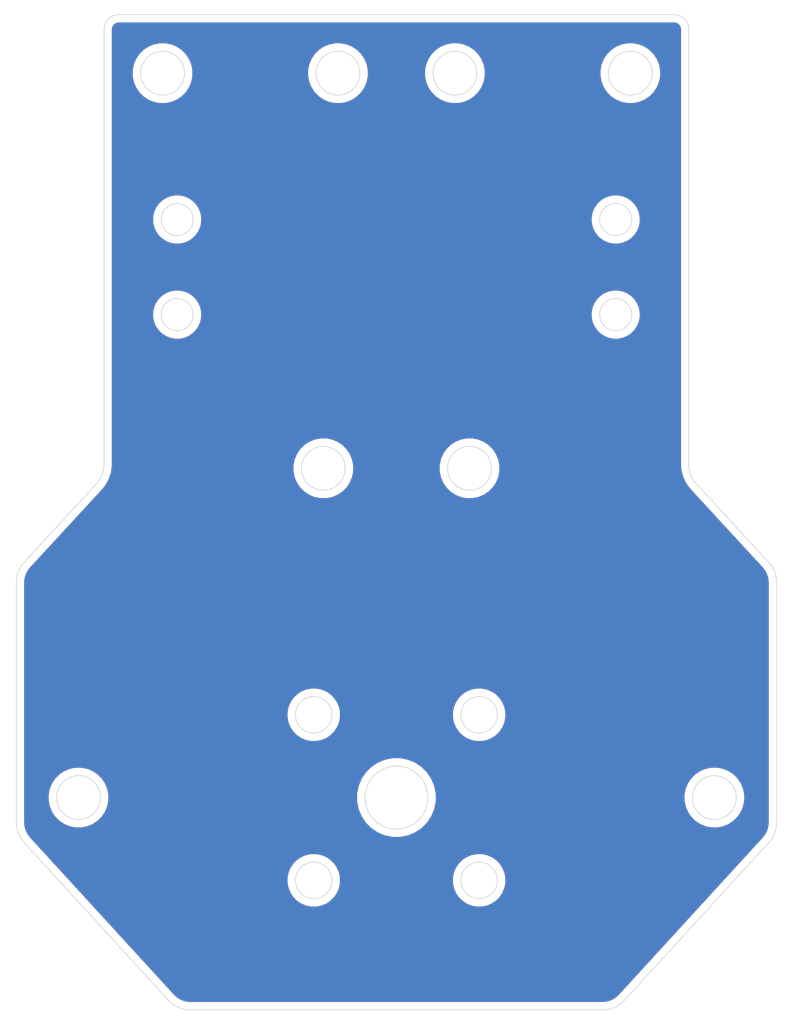
<source format=kicad_pcb>
(kicad_pcb (version 20171130) (host pcbnew 5.1.9+dfsg1-1+deb11u1)

  (general
    (thickness 1.6)
    (drawings 37)
    (tracks 0)
    (zones 0)
    (modules 0)
    (nets 1)
  )

  (page A4)
  (layers
    (0 F.Cu signal)
    (31 B.Cu signal)
    (32 B.Adhes user)
    (33 F.Adhes user)
    (34 B.Paste user)
    (35 F.Paste user)
    (36 B.SilkS user)
    (37 F.SilkS user)
    (38 B.Mask user)
    (39 F.Mask user)
    (40 Dwgs.User user)
    (41 Cmts.User user)
    (42 Eco1.User user)
    (43 Eco2.User user)
    (44 Edge.Cuts user)
    (45 Margin user)
    (46 B.CrtYd user)
    (47 F.CrtYd user)
    (48 B.Fab user)
    (49 F.Fab user)
  )

  (setup
    (last_trace_width 0.25)
    (trace_clearance 0.2)
    (zone_clearance 0.508)
    (zone_45_only no)
    (trace_min 0.2)
    (via_size 0.8)
    (via_drill 0.4)
    (via_min_size 0.4)
    (via_min_drill 0.3)
    (uvia_size 0.3)
    (uvia_drill 0.1)
    (uvias_allowed no)
    (uvia_min_size 0.2)
    (uvia_min_drill 0.1)
    (edge_width 0.05)
    (segment_width 0.2)
    (pcb_text_width 0.3)
    (pcb_text_size 1.5 1.5)
    (mod_edge_width 0.12)
    (mod_text_size 1 1)
    (mod_text_width 0.15)
    (pad_size 1.524 1.524)
    (pad_drill 0.762)
    (pad_to_mask_clearance 0)
    (aux_axis_origin 0 0)
    (visible_elements FFFFFF7F)
    (pcbplotparams
      (layerselection 0x010fc_ffffffff)
      (usegerberextensions true)
      (usegerberattributes false)
      (usegerberadvancedattributes false)
      (creategerberjobfile false)
      (excludeedgelayer true)
      (linewidth 0.100000)
      (plotframeref false)
      (viasonmask false)
      (mode 1)
      (useauxorigin false)
      (hpglpennumber 1)
      (hpglpenspeed 20)
      (hpglpendiameter 15.000000)
      (psnegative false)
      (psa4output false)
      (plotreference true)
      (plotvalue true)
      (plotinvisibletext false)
      (padsonsilk false)
      (subtractmaskfromsilk true)
      (outputformat 1)
      (mirror false)
      (drillshape 0)
      (scaleselection 1)
      (outputdirectory "toolhead-top-plate-gerber/"))
  )

  (net 0 "")

  (net_class Default "This is the default net class."
    (clearance 0.2)
    (trace_width 0.25)
    (via_dia 0.8)
    (via_drill 0.4)
    (uvia_dia 0.3)
    (uvia_drill 0.1)
  )

  (gr_circle (center 196.1202 91) (end 197.6202 91) (layer Edge.Cuts) (width 0.05))
  (gr_line (start 181.1202 90.718) (end 181.1202 61) (layer Edge.Cuts) (width 0.05))
  (gr_arc (start 182.1202 61) (end 182.1202 60) (angle -90) (layer Edge.Cuts) (width 0.05))
  (gr_line (start 215.2404 128) (end 187 128) (layer Edge.Cuts) (width 0.05))
  (gr_arc (start 220.1202 61) (end 221.1202 61) (angle -90) (layer Edge.Cuts) (width 0.05))
  (gr_arc (start 223.1202 90.718) (end 221.1202 90.718) (angle -42.709) (layer Edge.Cuts) (width 0.05))
  (gr_circle (center 201.1202 113.5) (end 203.2702 113.5) (layer Edge.Cuts) (width 0.05))
  (gr_line (start 221.6506 92.0746) (end 226.5898 97.4254) (layer Edge.Cuts) (width 0.05))
  (gr_arc (start 177.1202 98.782) (end 175.650584 97.425449) (angle -42.709) (layer Edge.Cuts) (width 0.05))
  (gr_arc (start 179.1202 90.718) (end 180.589807 92.07456) (angle -42.7094) (layer Edge.Cuts) (width 0.05))
  (gr_line (start 175.1202 115.222) (end 175.1202 98.782) (layer Edge.Cuts) (width 0.05))
  (gr_circle (center 206.77705 107.8431) (end 208.02705 107.8431) (layer Edge.Cuts) (width 0.05))
  (gr_line (start 185.5257 127.3514) (end 175.6459 116.5735) (layer Edge.Cuts) (width 0.05))
  (gr_arc (start 177.1202 115.222) (end 175.1202 115.222) (angle -42.51) (layer Edge.Cuts) (width 0.05))
  (gr_circle (center 222.8702 113.5) (end 224.3702 113.5) (layer Edge.Cuts) (width 0.05))
  (gr_line (start 227.1202 98.782) (end 227.1202 115.222) (layer Edge.Cuts) (width 0.05))
  (gr_circle (center 216.1202 74) (end 217.2202 74) (layer Edge.Cuts) (width 0.05))
  (gr_circle (center 205.1202 64) (end 206.6202 64) (layer Edge.Cuts) (width 0.05))
  (gr_line (start 221.1202 61) (end 221.1202 90.718) (layer Edge.Cuts) (width 0.05))
  (gr_circle (center 216.1202 80.5) (end 217.2202 80.5) (layer Edge.Cuts) (width 0.05))
  (gr_circle (center 206.1202 91) (end 207.6202 91) (layer Edge.Cuts) (width 0.05))
  (gr_arc (start 215.2404 126) (end 215.2404 128) (angle -47.4896) (layer Edge.Cuts) (width 0.05))
  (gr_line (start 182.1202 60) (end 220.1202 60) (layer Edge.Cuts) (width 0.05))
  (gr_circle (center 186.1202 80.5) (end 187.2202 80.5) (layer Edge.Cuts) (width 0.05))
  (gr_line (start 226.5945 116.5735) (end 216.7147 127.3514) (layer Edge.Cuts) (width 0.05))
  (gr_line (start 175.6506 97.4254) (end 180.5898 92.0746) (layer Edge.Cuts) (width 0.05))
  (gr_circle (center 179.3702 113.5) (end 180.8702 113.5) (layer Edge.Cuts) (width 0.05))
  (gr_circle (center 217.1202 64) (end 218.6202 64) (layer Edge.Cuts) (width 0.05))
  (gr_arc (start 225.1202 115.222) (end 226.594509 116.573448) (angle -42.5104) (layer Edge.Cuts) (width 0.05))
  (gr_circle (center 197.1202 64) (end 198.6202 64) (layer Edge.Cuts) (width 0.05))
  (gr_circle (center 185.1202 64) (end 186.6202 64) (layer Edge.Cuts) (width 0.05))
  (gr_circle (center 186.1202 74) (end 187.2202 74) (layer Edge.Cuts) (width 0.05))
  (gr_circle (center 195.46335 107.8431) (end 196.71335 107.8431) (layer Edge.Cuts) (width 0.05))
  (gr_circle (center 195.46335 119.1569) (end 196.71335 119.1569) (layer Edge.Cuts) (width 0.05))
  (gr_arc (start 225.1202 98.782) (end 227.1202 98.782) (angle -42.7094) (layer Edge.Cuts) (width 0.05))
  (gr_circle (center 206.77705 119.1569) (end 208.02705 119.1569) (layer Edge.Cuts) (width 0.05))
  (gr_arc (start 187 126) (end 185.525682 127.351437) (angle -47.49) (layer Edge.Cuts) (width 0.05))

  (zone (net 0) (net_name "") (layer F.Cu) (tstamp 64C47022) (hatch edge 0.508)
    (connect_pads (clearance 0.508))
    (min_thickness 0.254)
    (fill yes (arc_segments 32) (thermal_gap 0.508) (thermal_bridge_width 0.508))
    (polygon
      (pts
        (xy 228 129) (xy 174 129) (xy 174 59) (xy 228 59)
      )
    )
    (filled_polygon
      (pts
        (xy 220.185624 60.66958) (xy 220.248556 60.68858) (xy 220.306605 60.719445) (xy 220.357543 60.760989) (xy 220.399448 60.811644)
        (xy 220.430715 60.869471) (xy 220.450156 60.932272) (xy 220.4602 61.027835) (xy 220.460201 90.750419) (xy 220.462767 90.776472)
        (xy 220.487506 91.087035) (xy 220.496997 91.140022) (xy 220.504774 91.193277) (xy 220.507052 91.202206) (xy 220.606161 91.579746)
        (xy 220.626908 91.635806) (xy 220.6469 91.692232) (xy 220.650868 91.700549) (xy 220.821422 92.051648) (xy 220.852681 92.10264)
        (xy 220.883233 92.154078) (xy 220.888741 92.161465) (xy 221.101476 92.44266) (xy 221.143641 92.498443) (xy 226.082806 97.849206)
        (xy 226.259924 98.083318) (xy 226.373927 98.318001) (xy 226.441717 98.576225) (xy 226.4602 98.808249) (xy 226.460201 115.189711)
        (xy 226.431575 115.48166) (xy 226.356165 115.731429) (xy 226.230556 115.967664) (xy 226.090409 116.146688) (xy 216.249712 126.881932)
        (xy 216.031627 127.077537) (xy 215.807265 127.210699) (xy 215.561308 127.297746) (xy 215.278723 127.338919) (xy 215.232665 127.34)
        (xy 187.032289 127.34) (xy 186.740343 127.311374) (xy 186.490571 127.235964) (xy 186.260205 127.113477) (xy 186.038906 126.932989)
        (xy 186.008095 126.900921) (xy 178.735958 118.967727) (xy 193.542643 118.967727) (xy 193.542643 119.346073) (xy 193.616455 119.717149)
        (xy 193.761242 120.066696) (xy 193.97144 120.381279) (xy 194.238971 120.64881) (xy 194.553554 120.859008) (xy 194.903101 121.003795)
        (xy 195.274177 121.077607) (xy 195.652523 121.077607) (xy 196.023599 121.003795) (xy 196.373146 120.859008) (xy 196.687729 120.64881)
        (xy 196.95526 120.381279) (xy 197.165458 120.066696) (xy 197.310245 119.717149) (xy 197.384057 119.346073) (xy 197.384057 118.967727)
        (xy 204.856343 118.967727) (xy 204.856343 119.346073) (xy 204.930155 119.717149) (xy 205.074942 120.066696) (xy 205.28514 120.381279)
        (xy 205.552671 120.64881) (xy 205.867254 120.859008) (xy 206.216801 121.003795) (xy 206.587877 121.077607) (xy 206.966223 121.077607)
        (xy 207.337299 121.003795) (xy 207.686846 120.859008) (xy 208.001429 120.64881) (xy 208.26896 120.381279) (xy 208.479158 120.066696)
        (xy 208.623945 119.717149) (xy 208.697757 119.346073) (xy 208.697757 118.967727) (xy 208.623945 118.596651) (xy 208.479158 118.247104)
        (xy 208.26896 117.932521) (xy 208.001429 117.66499) (xy 207.686846 117.454792) (xy 207.337299 117.310005) (xy 206.966223 117.236193)
        (xy 206.587877 117.236193) (xy 206.216801 117.310005) (xy 205.867254 117.454792) (xy 205.552671 117.66499) (xy 205.28514 117.932521)
        (xy 205.074942 118.247104) (xy 204.930155 118.596651) (xy 204.856343 118.967727) (xy 197.384057 118.967727) (xy 197.310245 118.596651)
        (xy 197.165458 118.247104) (xy 196.95526 117.932521) (xy 196.687729 117.66499) (xy 196.373146 117.454792) (xy 196.023599 117.310005)
        (xy 195.652523 117.236193) (xy 195.274177 117.236193) (xy 194.903101 117.310005) (xy 194.553554 117.454792) (xy 194.238971 117.66499)
        (xy 193.97144 117.932521) (xy 193.761242 118.247104) (xy 193.616455 118.596651) (xy 193.542643 118.967727) (xy 178.735958 118.967727)
        (xy 176.154387 116.151485) (xy 175.97805 115.916711) (xy 175.864867 115.681638) (xy 175.79783 115.422612) (xy 175.7802 115.196328)
        (xy 175.7802 113.286323) (xy 177.200697 113.286323) (xy 177.200697 113.713677) (xy 177.28407 114.132821) (xy 177.447612 114.527645)
        (xy 177.685037 114.882977) (xy 177.987223 115.185163) (xy 178.342555 115.422588) (xy 178.737379 115.58613) (xy 179.156523 115.669503)
        (xy 179.583877 115.669503) (xy 180.003021 115.58613) (xy 180.397845 115.422588) (xy 180.753177 115.185163) (xy 181.055363 114.882977)
        (xy 181.292788 114.527645) (xy 181.45633 114.132821) (xy 181.539703 113.713677) (xy 181.539703 113.286323) (xy 181.52703 113.222611)
        (xy 198.303827 113.222611) (xy 198.303827 113.777389) (xy 198.412059 114.321506) (xy 198.624363 114.834053) (xy 198.93258 115.295333)
        (xy 199.324867 115.68762) (xy 199.786147 115.995837) (xy 200.298694 116.208141) (xy 200.842811 116.316373) (xy 201.397589 116.316373)
        (xy 201.941706 116.208141) (xy 202.454253 115.995837) (xy 202.915533 115.68762) (xy 203.30782 115.295333) (xy 203.616037 114.834053)
        (xy 203.828341 114.321506) (xy 203.936573 113.777389) (xy 203.936573 113.286323) (xy 220.700697 113.286323) (xy 220.700697 113.713677)
        (xy 220.78407 114.132821) (xy 220.947612 114.527645) (xy 221.185037 114.882977) (xy 221.487223 115.185163) (xy 221.842555 115.422588)
        (xy 222.237379 115.58613) (xy 222.656523 115.669503) (xy 223.083877 115.669503) (xy 223.503021 115.58613) (xy 223.897845 115.422588)
        (xy 224.253177 115.185163) (xy 224.555363 114.882977) (xy 224.792788 114.527645) (xy 224.95633 114.132821) (xy 225.039703 113.713677)
        (xy 225.039703 113.286323) (xy 224.95633 112.867179) (xy 224.792788 112.472355) (xy 224.555363 112.117023) (xy 224.253177 111.814837)
        (xy 223.897845 111.577412) (xy 223.503021 111.41387) (xy 223.083877 111.330497) (xy 222.656523 111.330497) (xy 222.237379 111.41387)
        (xy 221.842555 111.577412) (xy 221.487223 111.814837) (xy 221.185037 112.117023) (xy 220.947612 112.472355) (xy 220.78407 112.867179)
        (xy 220.700697 113.286323) (xy 203.936573 113.286323) (xy 203.936573 113.222611) (xy 203.828341 112.678494) (xy 203.616037 112.165947)
        (xy 203.30782 111.704667) (xy 202.915533 111.31238) (xy 202.454253 111.004163) (xy 201.941706 110.791859) (xy 201.397589 110.683627)
        (xy 200.842811 110.683627) (xy 200.298694 110.791859) (xy 199.786147 111.004163) (xy 199.324867 111.31238) (xy 198.93258 111.704667)
        (xy 198.624363 112.165947) (xy 198.412059 112.678494) (xy 198.303827 113.222611) (xy 181.52703 113.222611) (xy 181.45633 112.867179)
        (xy 181.292788 112.472355) (xy 181.055363 112.117023) (xy 180.753177 111.814837) (xy 180.397845 111.577412) (xy 180.003021 111.41387)
        (xy 179.583877 111.330497) (xy 179.156523 111.330497) (xy 178.737379 111.41387) (xy 178.342555 111.577412) (xy 177.987223 111.814837)
        (xy 177.685037 112.117023) (xy 177.447612 112.472355) (xy 177.28407 112.867179) (xy 177.200697 113.286323) (xy 175.7802 113.286323)
        (xy 175.7802 107.653927) (xy 193.542643 107.653927) (xy 193.542643 108.032273) (xy 193.616455 108.403349) (xy 193.761242 108.752896)
        (xy 193.97144 109.067479) (xy 194.238971 109.33501) (xy 194.553554 109.545208) (xy 194.903101 109.689995) (xy 195.274177 109.763807)
        (xy 195.652523 109.763807) (xy 196.023599 109.689995) (xy 196.373146 109.545208) (xy 196.687729 109.33501) (xy 196.95526 109.067479)
        (xy 197.165458 108.752896) (xy 197.310245 108.403349) (xy 197.384057 108.032273) (xy 197.384057 107.653927) (xy 204.856343 107.653927)
        (xy 204.856343 108.032273) (xy 204.930155 108.403349) (xy 205.074942 108.752896) (xy 205.28514 109.067479) (xy 205.552671 109.33501)
        (xy 205.867254 109.545208) (xy 206.216801 109.689995) (xy 206.587877 109.763807) (xy 206.966223 109.763807) (xy 207.337299 109.689995)
        (xy 207.686846 109.545208) (xy 208.001429 109.33501) (xy 208.26896 109.067479) (xy 208.479158 108.752896) (xy 208.623945 108.403349)
        (xy 208.697757 108.032273) (xy 208.697757 107.653927) (xy 208.623945 107.282851) (xy 208.479158 106.933304) (xy 208.26896 106.618721)
        (xy 208.001429 106.35119) (xy 207.686846 106.140992) (xy 207.337299 105.996205) (xy 206.966223 105.922393) (xy 206.587877 105.922393)
        (xy 206.216801 105.996205) (xy 205.867254 106.140992) (xy 205.552671 106.35119) (xy 205.28514 106.618721) (xy 205.074942 106.933304)
        (xy 204.930155 107.282851) (xy 204.856343 107.653927) (xy 197.384057 107.653927) (xy 197.310245 107.282851) (xy 197.165458 106.933304)
        (xy 196.95526 106.618721) (xy 196.687729 106.35119) (xy 196.373146 106.140992) (xy 196.023599 105.996205) (xy 195.652523 105.922393)
        (xy 195.274177 105.922393) (xy 194.903101 105.996205) (xy 194.553554 106.140992) (xy 194.238971 106.35119) (xy 193.97144 106.618721)
        (xy 193.761242 106.933304) (xy 193.616455 107.282851) (xy 193.542643 107.653927) (xy 175.7802 107.653927) (xy 175.7802 98.814278)
        (xy 175.808825 98.52234) (xy 175.884235 98.27257) (xy 176.009574 98.036843) (xy 176.153529 97.853609) (xy 181.096759 92.498444)
        (xy 181.113211 92.476678) (xy 181.305032 92.232521) (xy 181.334001 92.187143) (xy 181.364406 92.142739) (xy 181.368789 92.134633)
        (xy 181.552038 91.789991) (xy 181.574838 91.734674) (xy 181.598398 91.679705) (xy 181.601123 91.670902) (xy 181.713942 91.29723)
        (xy 181.725565 91.23853) (xy 181.737998 91.180036) (xy 181.738961 91.170872) (xy 181.776665 90.786323) (xy 193.950697 90.786323)
        (xy 193.950697 91.213677) (xy 194.03407 91.632821) (xy 194.197612 92.027645) (xy 194.435037 92.382977) (xy 194.737223 92.685163)
        (xy 195.092555 92.922588) (xy 195.487379 93.08613) (xy 195.906523 93.169503) (xy 196.333877 93.169503) (xy 196.753021 93.08613)
        (xy 197.147845 92.922588) (xy 197.503177 92.685163) (xy 197.805363 92.382977) (xy 198.042788 92.027645) (xy 198.20633 91.632821)
        (xy 198.289703 91.213677) (xy 198.289703 90.786323) (xy 203.950697 90.786323) (xy 203.950697 91.213677) (xy 204.03407 91.632821)
        (xy 204.197612 92.027645) (xy 204.435037 92.382977) (xy 204.737223 92.685163) (xy 205.092555 92.922588) (xy 205.487379 93.08613)
        (xy 205.906523 93.169503) (xy 206.333877 93.169503) (xy 206.753021 93.08613) (xy 207.147845 92.922588) (xy 207.503177 92.685163)
        (xy 207.805363 92.382977) (xy 208.042788 92.027645) (xy 208.20633 91.632821) (xy 208.289703 91.213677) (xy 208.289703 90.786323)
        (xy 208.20633 90.367179) (xy 208.042788 89.972355) (xy 207.805363 89.617023) (xy 207.503177 89.314837) (xy 207.147845 89.077412)
        (xy 206.753021 88.91387) (xy 206.333877 88.830497) (xy 205.906523 88.830497) (xy 205.487379 88.91387) (xy 205.092555 89.077412)
        (xy 204.737223 89.314837) (xy 204.435037 89.617023) (xy 204.197612 89.972355) (xy 204.03407 90.367179) (xy 203.950697 90.786323)
        (xy 198.289703 90.786323) (xy 198.20633 90.367179) (xy 198.042788 89.972355) (xy 197.805363 89.617023) (xy 197.503177 89.314837)
        (xy 197.147845 89.077412) (xy 196.753021 88.91387) (xy 196.333877 88.830497) (xy 195.906523 88.830497) (xy 195.487379 88.91387)
        (xy 195.092555 89.077412) (xy 194.737223 89.314837) (xy 194.435037 89.617023) (xy 194.197612 89.972355) (xy 194.03407 90.367179)
        (xy 193.950697 90.786323) (xy 181.776665 90.786323) (xy 181.77705 90.782402) (xy 181.7802 90.750419) (xy 181.7802 80.325529)
        (xy 184.348771 80.325529) (xy 184.348771 80.674471) (xy 184.416846 81.016707) (xy 184.55038 81.339086) (xy 184.744241 81.62922)
        (xy 184.99098 81.875959) (xy 185.281114 82.06982) (xy 185.603493 82.203354) (xy 185.945729 82.271429) (xy 186.294671 82.271429)
        (xy 186.636907 82.203354) (xy 186.959286 82.06982) (xy 187.24942 81.875959) (xy 187.496159 81.62922) (xy 187.69002 81.339086)
        (xy 187.823554 81.016707) (xy 187.891629 80.674471) (xy 187.891629 80.325529) (xy 214.348771 80.325529) (xy 214.348771 80.674471)
        (xy 214.416846 81.016707) (xy 214.55038 81.339086) (xy 214.744241 81.62922) (xy 214.99098 81.875959) (xy 215.281114 82.06982)
        (xy 215.603493 82.203354) (xy 215.945729 82.271429) (xy 216.294671 82.271429) (xy 216.636907 82.203354) (xy 216.959286 82.06982)
        (xy 217.24942 81.875959) (xy 217.496159 81.62922) (xy 217.69002 81.339086) (xy 217.823554 81.016707) (xy 217.891629 80.674471)
        (xy 217.891629 80.325529) (xy 217.823554 79.983293) (xy 217.69002 79.660914) (xy 217.496159 79.37078) (xy 217.24942 79.124041)
        (xy 216.959286 78.93018) (xy 216.636907 78.796646) (xy 216.294671 78.728571) (xy 215.945729 78.728571) (xy 215.603493 78.796646)
        (xy 215.281114 78.93018) (xy 214.99098 79.124041) (xy 214.744241 79.37078) (xy 214.55038 79.660914) (xy 214.416846 79.983293)
        (xy 214.348771 80.325529) (xy 187.891629 80.325529) (xy 187.823554 79.983293) (xy 187.69002 79.660914) (xy 187.496159 79.37078)
        (xy 187.24942 79.124041) (xy 186.959286 78.93018) (xy 186.636907 78.796646) (xy 186.294671 78.728571) (xy 185.945729 78.728571)
        (xy 185.603493 78.796646) (xy 185.281114 78.93018) (xy 184.99098 79.124041) (xy 184.744241 79.37078) (xy 184.55038 79.660914)
        (xy 184.416846 79.983293) (xy 184.348771 80.325529) (xy 181.7802 80.325529) (xy 181.7802 73.825529) (xy 184.348771 73.825529)
        (xy 184.348771 74.174471) (xy 184.416846 74.516707) (xy 184.55038 74.839086) (xy 184.744241 75.12922) (xy 184.99098 75.375959)
        (xy 185.281114 75.56982) (xy 185.603493 75.703354) (xy 185.945729 75.771429) (xy 186.294671 75.771429) (xy 186.636907 75.703354)
        (xy 186.959286 75.56982) (xy 187.24942 75.375959) (xy 187.496159 75.12922) (xy 187.69002 74.839086) (xy 187.823554 74.516707)
        (xy 187.891629 74.174471) (xy 187.891629 73.825529) (xy 214.348771 73.825529) (xy 214.348771 74.174471) (xy 214.416846 74.516707)
        (xy 214.55038 74.839086) (xy 214.744241 75.12922) (xy 214.99098 75.375959) (xy 215.281114 75.56982) (xy 215.603493 75.703354)
        (xy 215.945729 75.771429) (xy 216.294671 75.771429) (xy 216.636907 75.703354) (xy 216.959286 75.56982) (xy 217.24942 75.375959)
        (xy 217.496159 75.12922) (xy 217.69002 74.839086) (xy 217.823554 74.516707) (xy 217.891629 74.174471) (xy 217.891629 73.825529)
        (xy 217.823554 73.483293) (xy 217.69002 73.160914) (xy 217.496159 72.87078) (xy 217.24942 72.624041) (xy 216.959286 72.43018)
        (xy 216.636907 72.296646) (xy 216.294671 72.228571) (xy 215.945729 72.228571) (xy 215.603493 72.296646) (xy 215.281114 72.43018)
        (xy 214.99098 72.624041) (xy 214.744241 72.87078) (xy 214.55038 73.160914) (xy 214.416846 73.483293) (xy 214.348771 73.825529)
        (xy 187.891629 73.825529) (xy 187.823554 73.483293) (xy 187.69002 73.160914) (xy 187.496159 72.87078) (xy 187.24942 72.624041)
        (xy 186.959286 72.43018) (xy 186.636907 72.296646) (xy 186.294671 72.228571) (xy 185.945729 72.228571) (xy 185.603493 72.296646)
        (xy 185.281114 72.43018) (xy 184.99098 72.624041) (xy 184.744241 72.87078) (xy 184.55038 73.160914) (xy 184.416846 73.483293)
        (xy 184.348771 73.825529) (xy 181.7802 73.825529) (xy 181.7802 63.786323) (xy 182.950697 63.786323) (xy 182.950697 64.213677)
        (xy 183.03407 64.632821) (xy 183.197612 65.027645) (xy 183.435037 65.382977) (xy 183.737223 65.685163) (xy 184.092555 65.922588)
        (xy 184.487379 66.08613) (xy 184.906523 66.169503) (xy 185.333877 66.169503) (xy 185.753021 66.08613) (xy 186.147845 65.922588)
        (xy 186.503177 65.685163) (xy 186.805363 65.382977) (xy 187.042788 65.027645) (xy 187.20633 64.632821) (xy 187.289703 64.213677)
        (xy 187.289703 63.786323) (xy 194.950697 63.786323) (xy 194.950697 64.213677) (xy 195.03407 64.632821) (xy 195.197612 65.027645)
        (xy 195.435037 65.382977) (xy 195.737223 65.685163) (xy 196.092555 65.922588) (xy 196.487379 66.08613) (xy 196.906523 66.169503)
        (xy 197.333877 66.169503) (xy 197.753021 66.08613) (xy 198.147845 65.922588) (xy 198.503177 65.685163) (xy 198.805363 65.382977)
        (xy 199.042788 65.027645) (xy 199.20633 64.632821) (xy 199.289703 64.213677) (xy 199.289703 63.786323) (xy 202.950697 63.786323)
        (xy 202.950697 64.213677) (xy 203.03407 64.632821) (xy 203.197612 65.027645) (xy 203.435037 65.382977) (xy 203.737223 65.685163)
        (xy 204.092555 65.922588) (xy 204.487379 66.08613) (xy 204.906523 66.169503) (xy 205.333877 66.169503) (xy 205.753021 66.08613)
        (xy 206.147845 65.922588) (xy 206.503177 65.685163) (xy 206.805363 65.382977) (xy 207.042788 65.027645) (xy 207.20633 64.632821)
        (xy 207.289703 64.213677) (xy 207.289703 63.786323) (xy 214.950697 63.786323) (xy 214.950697 64.213677) (xy 215.03407 64.632821)
        (xy 215.197612 65.027645) (xy 215.435037 65.382977) (xy 215.737223 65.685163) (xy 216.092555 65.922588) (xy 216.487379 66.08613)
        (xy 216.906523 66.169503) (xy 217.333877 66.169503) (xy 217.753021 66.08613) (xy 218.147845 65.922588) (xy 218.503177 65.685163)
        (xy 218.805363 65.382977) (xy 219.042788 65.027645) (xy 219.20633 64.632821) (xy 219.289703 64.213677) (xy 219.289703 63.786323)
        (xy 219.20633 63.367179) (xy 219.042788 62.972355) (xy 218.805363 62.617023) (xy 218.503177 62.314837) (xy 218.147845 62.077412)
        (xy 217.753021 61.91387) (xy 217.333877 61.830497) (xy 216.906523 61.830497) (xy 216.487379 61.91387) (xy 216.092555 62.077412)
        (xy 215.737223 62.314837) (xy 215.435037 62.617023) (xy 215.197612 62.972355) (xy 215.03407 63.367179) (xy 214.950697 63.786323)
        (xy 207.289703 63.786323) (xy 207.20633 63.367179) (xy 207.042788 62.972355) (xy 206.805363 62.617023) (xy 206.503177 62.314837)
        (xy 206.147845 62.077412) (xy 205.753021 61.91387) (xy 205.333877 61.830497) (xy 204.906523 61.830497) (xy 204.487379 61.91387)
        (xy 204.092555 62.077412) (xy 203.737223 62.314837) (xy 203.435037 62.617023) (xy 203.197612 62.972355) (xy 203.03407 63.367179)
        (xy 202.950697 63.786323) (xy 199.289703 63.786323) (xy 199.20633 63.367179) (xy 199.042788 62.972355) (xy 198.805363 62.617023)
        (xy 198.503177 62.314837) (xy 198.147845 62.077412) (xy 197.753021 61.91387) (xy 197.333877 61.830497) (xy 196.906523 61.830497)
        (xy 196.487379 61.91387) (xy 196.092555 62.077412) (xy 195.737223 62.314837) (xy 195.435037 62.617023) (xy 195.197612 62.972355)
        (xy 195.03407 63.367179) (xy 194.950697 63.786323) (xy 187.289703 63.786323) (xy 187.20633 63.367179) (xy 187.042788 62.972355)
        (xy 186.805363 62.617023) (xy 186.503177 62.314837) (xy 186.147845 62.077412) (xy 185.753021 61.91387) (xy 185.333877 61.830497)
        (xy 184.906523 61.830497) (xy 184.487379 61.91387) (xy 184.092555 62.077412) (xy 183.737223 62.314837) (xy 183.435037 62.617023)
        (xy 183.197612 62.972355) (xy 183.03407 63.367179) (xy 182.950697 63.786323) (xy 181.7802 63.786323) (xy 181.7802 61.032279)
        (xy 181.78978 60.934576) (xy 181.80878 60.871644) (xy 181.839645 60.813595) (xy 181.881189 60.762657) (xy 181.931844 60.720752)
        (xy 181.989671 60.689485) (xy 182.052472 60.670044) (xy 182.148035 60.66) (xy 220.087921 60.66)
      )
    )
  )
  (zone (net 0) (net_name "") (layer B.Cu) (tstamp 64C4701F) (hatch edge 0.508)
    (connect_pads (clearance 0.508))
    (min_thickness 0.254)
    (fill yes (arc_segments 32) (thermal_gap 0.508) (thermal_bridge_width 0.508))
    (polygon
      (pts
        (xy 228 129) (xy 174 129) (xy 174 59) (xy 228 59)
      )
    )
    (filled_polygon
      (pts
        (xy 220.185624 60.66958) (xy 220.248556 60.68858) (xy 220.306605 60.719445) (xy 220.357543 60.760989) (xy 220.399448 60.811644)
        (xy 220.430715 60.869471) (xy 220.450156 60.932272) (xy 220.4602 61.027835) (xy 220.460201 90.750419) (xy 220.462767 90.776472)
        (xy 220.487506 91.087035) (xy 220.496997 91.140022) (xy 220.504774 91.193277) (xy 220.507052 91.202206) (xy 220.606161 91.579746)
        (xy 220.626908 91.635806) (xy 220.6469 91.692232) (xy 220.650868 91.700549) (xy 220.821422 92.051648) (xy 220.852681 92.10264)
        (xy 220.883233 92.154078) (xy 220.888741 92.161465) (xy 221.101476 92.44266) (xy 221.143641 92.498443) (xy 226.082806 97.849206)
        (xy 226.259924 98.083318) (xy 226.373927 98.318001) (xy 226.441717 98.576225) (xy 226.4602 98.808249) (xy 226.460201 115.189711)
        (xy 226.431575 115.48166) (xy 226.356165 115.731429) (xy 226.230556 115.967664) (xy 226.090409 116.146688) (xy 216.249712 126.881932)
        (xy 216.031627 127.077537) (xy 215.807265 127.210699) (xy 215.561308 127.297746) (xy 215.278723 127.338919) (xy 215.232665 127.34)
        (xy 187.032289 127.34) (xy 186.740343 127.311374) (xy 186.490571 127.235964) (xy 186.260205 127.113477) (xy 186.038906 126.932989)
        (xy 186.008095 126.900921) (xy 178.735958 118.967727) (xy 193.542643 118.967727) (xy 193.542643 119.346073) (xy 193.616455 119.717149)
        (xy 193.761242 120.066696) (xy 193.97144 120.381279) (xy 194.238971 120.64881) (xy 194.553554 120.859008) (xy 194.903101 121.003795)
        (xy 195.274177 121.077607) (xy 195.652523 121.077607) (xy 196.023599 121.003795) (xy 196.373146 120.859008) (xy 196.687729 120.64881)
        (xy 196.95526 120.381279) (xy 197.165458 120.066696) (xy 197.310245 119.717149) (xy 197.384057 119.346073) (xy 197.384057 118.967727)
        (xy 204.856343 118.967727) (xy 204.856343 119.346073) (xy 204.930155 119.717149) (xy 205.074942 120.066696) (xy 205.28514 120.381279)
        (xy 205.552671 120.64881) (xy 205.867254 120.859008) (xy 206.216801 121.003795) (xy 206.587877 121.077607) (xy 206.966223 121.077607)
        (xy 207.337299 121.003795) (xy 207.686846 120.859008) (xy 208.001429 120.64881) (xy 208.26896 120.381279) (xy 208.479158 120.066696)
        (xy 208.623945 119.717149) (xy 208.697757 119.346073) (xy 208.697757 118.967727) (xy 208.623945 118.596651) (xy 208.479158 118.247104)
        (xy 208.26896 117.932521) (xy 208.001429 117.66499) (xy 207.686846 117.454792) (xy 207.337299 117.310005) (xy 206.966223 117.236193)
        (xy 206.587877 117.236193) (xy 206.216801 117.310005) (xy 205.867254 117.454792) (xy 205.552671 117.66499) (xy 205.28514 117.932521)
        (xy 205.074942 118.247104) (xy 204.930155 118.596651) (xy 204.856343 118.967727) (xy 197.384057 118.967727) (xy 197.310245 118.596651)
        (xy 197.165458 118.247104) (xy 196.95526 117.932521) (xy 196.687729 117.66499) (xy 196.373146 117.454792) (xy 196.023599 117.310005)
        (xy 195.652523 117.236193) (xy 195.274177 117.236193) (xy 194.903101 117.310005) (xy 194.553554 117.454792) (xy 194.238971 117.66499)
        (xy 193.97144 117.932521) (xy 193.761242 118.247104) (xy 193.616455 118.596651) (xy 193.542643 118.967727) (xy 178.735958 118.967727)
        (xy 176.154387 116.151485) (xy 175.97805 115.916711) (xy 175.864867 115.681638) (xy 175.79783 115.422612) (xy 175.7802 115.196328)
        (xy 175.7802 113.286323) (xy 177.200697 113.286323) (xy 177.200697 113.713677) (xy 177.28407 114.132821) (xy 177.447612 114.527645)
        (xy 177.685037 114.882977) (xy 177.987223 115.185163) (xy 178.342555 115.422588) (xy 178.737379 115.58613) (xy 179.156523 115.669503)
        (xy 179.583877 115.669503) (xy 180.003021 115.58613) (xy 180.397845 115.422588) (xy 180.753177 115.185163) (xy 181.055363 114.882977)
        (xy 181.292788 114.527645) (xy 181.45633 114.132821) (xy 181.539703 113.713677) (xy 181.539703 113.286323) (xy 181.52703 113.222611)
        (xy 198.303827 113.222611) (xy 198.303827 113.777389) (xy 198.412059 114.321506) (xy 198.624363 114.834053) (xy 198.93258 115.295333)
        (xy 199.324867 115.68762) (xy 199.786147 115.995837) (xy 200.298694 116.208141) (xy 200.842811 116.316373) (xy 201.397589 116.316373)
        (xy 201.941706 116.208141) (xy 202.454253 115.995837) (xy 202.915533 115.68762) (xy 203.30782 115.295333) (xy 203.616037 114.834053)
        (xy 203.828341 114.321506) (xy 203.936573 113.777389) (xy 203.936573 113.286323) (xy 220.700697 113.286323) (xy 220.700697 113.713677)
        (xy 220.78407 114.132821) (xy 220.947612 114.527645) (xy 221.185037 114.882977) (xy 221.487223 115.185163) (xy 221.842555 115.422588)
        (xy 222.237379 115.58613) (xy 222.656523 115.669503) (xy 223.083877 115.669503) (xy 223.503021 115.58613) (xy 223.897845 115.422588)
        (xy 224.253177 115.185163) (xy 224.555363 114.882977) (xy 224.792788 114.527645) (xy 224.95633 114.132821) (xy 225.039703 113.713677)
        (xy 225.039703 113.286323) (xy 224.95633 112.867179) (xy 224.792788 112.472355) (xy 224.555363 112.117023) (xy 224.253177 111.814837)
        (xy 223.897845 111.577412) (xy 223.503021 111.41387) (xy 223.083877 111.330497) (xy 222.656523 111.330497) (xy 222.237379 111.41387)
        (xy 221.842555 111.577412) (xy 221.487223 111.814837) (xy 221.185037 112.117023) (xy 220.947612 112.472355) (xy 220.78407 112.867179)
        (xy 220.700697 113.286323) (xy 203.936573 113.286323) (xy 203.936573 113.222611) (xy 203.828341 112.678494) (xy 203.616037 112.165947)
        (xy 203.30782 111.704667) (xy 202.915533 111.31238) (xy 202.454253 111.004163) (xy 201.941706 110.791859) (xy 201.397589 110.683627)
        (xy 200.842811 110.683627) (xy 200.298694 110.791859) (xy 199.786147 111.004163) (xy 199.324867 111.31238) (xy 198.93258 111.704667)
        (xy 198.624363 112.165947) (xy 198.412059 112.678494) (xy 198.303827 113.222611) (xy 181.52703 113.222611) (xy 181.45633 112.867179)
        (xy 181.292788 112.472355) (xy 181.055363 112.117023) (xy 180.753177 111.814837) (xy 180.397845 111.577412) (xy 180.003021 111.41387)
        (xy 179.583877 111.330497) (xy 179.156523 111.330497) (xy 178.737379 111.41387) (xy 178.342555 111.577412) (xy 177.987223 111.814837)
        (xy 177.685037 112.117023) (xy 177.447612 112.472355) (xy 177.28407 112.867179) (xy 177.200697 113.286323) (xy 175.7802 113.286323)
        (xy 175.7802 107.653927) (xy 193.542643 107.653927) (xy 193.542643 108.032273) (xy 193.616455 108.403349) (xy 193.761242 108.752896)
        (xy 193.97144 109.067479) (xy 194.238971 109.33501) (xy 194.553554 109.545208) (xy 194.903101 109.689995) (xy 195.274177 109.763807)
        (xy 195.652523 109.763807) (xy 196.023599 109.689995) (xy 196.373146 109.545208) (xy 196.687729 109.33501) (xy 196.95526 109.067479)
        (xy 197.165458 108.752896) (xy 197.310245 108.403349) (xy 197.384057 108.032273) (xy 197.384057 107.653927) (xy 204.856343 107.653927)
        (xy 204.856343 108.032273) (xy 204.930155 108.403349) (xy 205.074942 108.752896) (xy 205.28514 109.067479) (xy 205.552671 109.33501)
        (xy 205.867254 109.545208) (xy 206.216801 109.689995) (xy 206.587877 109.763807) (xy 206.966223 109.763807) (xy 207.337299 109.689995)
        (xy 207.686846 109.545208) (xy 208.001429 109.33501) (xy 208.26896 109.067479) (xy 208.479158 108.752896) (xy 208.623945 108.403349)
        (xy 208.697757 108.032273) (xy 208.697757 107.653927) (xy 208.623945 107.282851) (xy 208.479158 106.933304) (xy 208.26896 106.618721)
        (xy 208.001429 106.35119) (xy 207.686846 106.140992) (xy 207.337299 105.996205) (xy 206.966223 105.922393) (xy 206.587877 105.922393)
        (xy 206.216801 105.996205) (xy 205.867254 106.140992) (xy 205.552671 106.35119) (xy 205.28514 106.618721) (xy 205.074942 106.933304)
        (xy 204.930155 107.282851) (xy 204.856343 107.653927) (xy 197.384057 107.653927) (xy 197.310245 107.282851) (xy 197.165458 106.933304)
        (xy 196.95526 106.618721) (xy 196.687729 106.35119) (xy 196.373146 106.140992) (xy 196.023599 105.996205) (xy 195.652523 105.922393)
        (xy 195.274177 105.922393) (xy 194.903101 105.996205) (xy 194.553554 106.140992) (xy 194.238971 106.35119) (xy 193.97144 106.618721)
        (xy 193.761242 106.933304) (xy 193.616455 107.282851) (xy 193.542643 107.653927) (xy 175.7802 107.653927) (xy 175.7802 98.814278)
        (xy 175.808825 98.52234) (xy 175.884235 98.27257) (xy 176.009574 98.036843) (xy 176.153529 97.853609) (xy 181.096759 92.498444)
        (xy 181.113211 92.476678) (xy 181.305032 92.232521) (xy 181.334001 92.187143) (xy 181.364406 92.142739) (xy 181.368789 92.134633)
        (xy 181.552038 91.789991) (xy 181.574838 91.734674) (xy 181.598398 91.679705) (xy 181.601123 91.670902) (xy 181.713942 91.29723)
        (xy 181.725565 91.23853) (xy 181.737998 91.180036) (xy 181.738961 91.170872) (xy 181.776665 90.786323) (xy 193.950697 90.786323)
        (xy 193.950697 91.213677) (xy 194.03407 91.632821) (xy 194.197612 92.027645) (xy 194.435037 92.382977) (xy 194.737223 92.685163)
        (xy 195.092555 92.922588) (xy 195.487379 93.08613) (xy 195.906523 93.169503) (xy 196.333877 93.169503) (xy 196.753021 93.08613)
        (xy 197.147845 92.922588) (xy 197.503177 92.685163) (xy 197.805363 92.382977) (xy 198.042788 92.027645) (xy 198.20633 91.632821)
        (xy 198.289703 91.213677) (xy 198.289703 90.786323) (xy 203.950697 90.786323) (xy 203.950697 91.213677) (xy 204.03407 91.632821)
        (xy 204.197612 92.027645) (xy 204.435037 92.382977) (xy 204.737223 92.685163) (xy 205.092555 92.922588) (xy 205.487379 93.08613)
        (xy 205.906523 93.169503) (xy 206.333877 93.169503) (xy 206.753021 93.08613) (xy 207.147845 92.922588) (xy 207.503177 92.685163)
        (xy 207.805363 92.382977) (xy 208.042788 92.027645) (xy 208.20633 91.632821) (xy 208.289703 91.213677) (xy 208.289703 90.786323)
        (xy 208.20633 90.367179) (xy 208.042788 89.972355) (xy 207.805363 89.617023) (xy 207.503177 89.314837) (xy 207.147845 89.077412)
        (xy 206.753021 88.91387) (xy 206.333877 88.830497) (xy 205.906523 88.830497) (xy 205.487379 88.91387) (xy 205.092555 89.077412)
        (xy 204.737223 89.314837) (xy 204.435037 89.617023) (xy 204.197612 89.972355) (xy 204.03407 90.367179) (xy 203.950697 90.786323)
        (xy 198.289703 90.786323) (xy 198.20633 90.367179) (xy 198.042788 89.972355) (xy 197.805363 89.617023) (xy 197.503177 89.314837)
        (xy 197.147845 89.077412) (xy 196.753021 88.91387) (xy 196.333877 88.830497) (xy 195.906523 88.830497) (xy 195.487379 88.91387)
        (xy 195.092555 89.077412) (xy 194.737223 89.314837) (xy 194.435037 89.617023) (xy 194.197612 89.972355) (xy 194.03407 90.367179)
        (xy 193.950697 90.786323) (xy 181.776665 90.786323) (xy 181.77705 90.782402) (xy 181.7802 90.750419) (xy 181.7802 80.325529)
        (xy 184.348771 80.325529) (xy 184.348771 80.674471) (xy 184.416846 81.016707) (xy 184.55038 81.339086) (xy 184.744241 81.62922)
        (xy 184.99098 81.875959) (xy 185.281114 82.06982) (xy 185.603493 82.203354) (xy 185.945729 82.271429) (xy 186.294671 82.271429)
        (xy 186.636907 82.203354) (xy 186.959286 82.06982) (xy 187.24942 81.875959) (xy 187.496159 81.62922) (xy 187.69002 81.339086)
        (xy 187.823554 81.016707) (xy 187.891629 80.674471) (xy 187.891629 80.325529) (xy 214.348771 80.325529) (xy 214.348771 80.674471)
        (xy 214.416846 81.016707) (xy 214.55038 81.339086) (xy 214.744241 81.62922) (xy 214.99098 81.875959) (xy 215.281114 82.06982)
        (xy 215.603493 82.203354) (xy 215.945729 82.271429) (xy 216.294671 82.271429) (xy 216.636907 82.203354) (xy 216.959286 82.06982)
        (xy 217.24942 81.875959) (xy 217.496159 81.62922) (xy 217.69002 81.339086) (xy 217.823554 81.016707) (xy 217.891629 80.674471)
        (xy 217.891629 80.325529) (xy 217.823554 79.983293) (xy 217.69002 79.660914) (xy 217.496159 79.37078) (xy 217.24942 79.124041)
        (xy 216.959286 78.93018) (xy 216.636907 78.796646) (xy 216.294671 78.728571) (xy 215.945729 78.728571) (xy 215.603493 78.796646)
        (xy 215.281114 78.93018) (xy 214.99098 79.124041) (xy 214.744241 79.37078) (xy 214.55038 79.660914) (xy 214.416846 79.983293)
        (xy 214.348771 80.325529) (xy 187.891629 80.325529) (xy 187.823554 79.983293) (xy 187.69002 79.660914) (xy 187.496159 79.37078)
        (xy 187.24942 79.124041) (xy 186.959286 78.93018) (xy 186.636907 78.796646) (xy 186.294671 78.728571) (xy 185.945729 78.728571)
        (xy 185.603493 78.796646) (xy 185.281114 78.93018) (xy 184.99098 79.124041) (xy 184.744241 79.37078) (xy 184.55038 79.660914)
        (xy 184.416846 79.983293) (xy 184.348771 80.325529) (xy 181.7802 80.325529) (xy 181.7802 73.825529) (xy 184.348771 73.825529)
        (xy 184.348771 74.174471) (xy 184.416846 74.516707) (xy 184.55038 74.839086) (xy 184.744241 75.12922) (xy 184.99098 75.375959)
        (xy 185.281114 75.56982) (xy 185.603493 75.703354) (xy 185.945729 75.771429) (xy 186.294671 75.771429) (xy 186.636907 75.703354)
        (xy 186.959286 75.56982) (xy 187.24942 75.375959) (xy 187.496159 75.12922) (xy 187.69002 74.839086) (xy 187.823554 74.516707)
        (xy 187.891629 74.174471) (xy 187.891629 73.825529) (xy 214.348771 73.825529) (xy 214.348771 74.174471) (xy 214.416846 74.516707)
        (xy 214.55038 74.839086) (xy 214.744241 75.12922) (xy 214.99098 75.375959) (xy 215.281114 75.56982) (xy 215.603493 75.703354)
        (xy 215.945729 75.771429) (xy 216.294671 75.771429) (xy 216.636907 75.703354) (xy 216.959286 75.56982) (xy 217.24942 75.375959)
        (xy 217.496159 75.12922) (xy 217.69002 74.839086) (xy 217.823554 74.516707) (xy 217.891629 74.174471) (xy 217.891629 73.825529)
        (xy 217.823554 73.483293) (xy 217.69002 73.160914) (xy 217.496159 72.87078) (xy 217.24942 72.624041) (xy 216.959286 72.43018)
        (xy 216.636907 72.296646) (xy 216.294671 72.228571) (xy 215.945729 72.228571) (xy 215.603493 72.296646) (xy 215.281114 72.43018)
        (xy 214.99098 72.624041) (xy 214.744241 72.87078) (xy 214.55038 73.160914) (xy 214.416846 73.483293) (xy 214.348771 73.825529)
        (xy 187.891629 73.825529) (xy 187.823554 73.483293) (xy 187.69002 73.160914) (xy 187.496159 72.87078) (xy 187.24942 72.624041)
        (xy 186.959286 72.43018) (xy 186.636907 72.296646) (xy 186.294671 72.228571) (xy 185.945729 72.228571) (xy 185.603493 72.296646)
        (xy 185.281114 72.43018) (xy 184.99098 72.624041) (xy 184.744241 72.87078) (xy 184.55038 73.160914) (xy 184.416846 73.483293)
        (xy 184.348771 73.825529) (xy 181.7802 73.825529) (xy 181.7802 63.786323) (xy 182.950697 63.786323) (xy 182.950697 64.213677)
        (xy 183.03407 64.632821) (xy 183.197612 65.027645) (xy 183.435037 65.382977) (xy 183.737223 65.685163) (xy 184.092555 65.922588)
        (xy 184.487379 66.08613) (xy 184.906523 66.169503) (xy 185.333877 66.169503) (xy 185.753021 66.08613) (xy 186.147845 65.922588)
        (xy 186.503177 65.685163) (xy 186.805363 65.382977) (xy 187.042788 65.027645) (xy 187.20633 64.632821) (xy 187.289703 64.213677)
        (xy 187.289703 63.786323) (xy 194.950697 63.786323) (xy 194.950697 64.213677) (xy 195.03407 64.632821) (xy 195.197612 65.027645)
        (xy 195.435037 65.382977) (xy 195.737223 65.685163) (xy 196.092555 65.922588) (xy 196.487379 66.08613) (xy 196.906523 66.169503)
        (xy 197.333877 66.169503) (xy 197.753021 66.08613) (xy 198.147845 65.922588) (xy 198.503177 65.685163) (xy 198.805363 65.382977)
        (xy 199.042788 65.027645) (xy 199.20633 64.632821) (xy 199.289703 64.213677) (xy 199.289703 63.786323) (xy 202.950697 63.786323)
        (xy 202.950697 64.213677) (xy 203.03407 64.632821) (xy 203.197612 65.027645) (xy 203.435037 65.382977) (xy 203.737223 65.685163)
        (xy 204.092555 65.922588) (xy 204.487379 66.08613) (xy 204.906523 66.169503) (xy 205.333877 66.169503) (xy 205.753021 66.08613)
        (xy 206.147845 65.922588) (xy 206.503177 65.685163) (xy 206.805363 65.382977) (xy 207.042788 65.027645) (xy 207.20633 64.632821)
        (xy 207.289703 64.213677) (xy 207.289703 63.786323) (xy 214.950697 63.786323) (xy 214.950697 64.213677) (xy 215.03407 64.632821)
        (xy 215.197612 65.027645) (xy 215.435037 65.382977) (xy 215.737223 65.685163) (xy 216.092555 65.922588) (xy 216.487379 66.08613)
        (xy 216.906523 66.169503) (xy 217.333877 66.169503) (xy 217.753021 66.08613) (xy 218.147845 65.922588) (xy 218.503177 65.685163)
        (xy 218.805363 65.382977) (xy 219.042788 65.027645) (xy 219.20633 64.632821) (xy 219.289703 64.213677) (xy 219.289703 63.786323)
        (xy 219.20633 63.367179) (xy 219.042788 62.972355) (xy 218.805363 62.617023) (xy 218.503177 62.314837) (xy 218.147845 62.077412)
        (xy 217.753021 61.91387) (xy 217.333877 61.830497) (xy 216.906523 61.830497) (xy 216.487379 61.91387) (xy 216.092555 62.077412)
        (xy 215.737223 62.314837) (xy 215.435037 62.617023) (xy 215.197612 62.972355) (xy 215.03407 63.367179) (xy 214.950697 63.786323)
        (xy 207.289703 63.786323) (xy 207.20633 63.367179) (xy 207.042788 62.972355) (xy 206.805363 62.617023) (xy 206.503177 62.314837)
        (xy 206.147845 62.077412) (xy 205.753021 61.91387) (xy 205.333877 61.830497) (xy 204.906523 61.830497) (xy 204.487379 61.91387)
        (xy 204.092555 62.077412) (xy 203.737223 62.314837) (xy 203.435037 62.617023) (xy 203.197612 62.972355) (xy 203.03407 63.367179)
        (xy 202.950697 63.786323) (xy 199.289703 63.786323) (xy 199.20633 63.367179) (xy 199.042788 62.972355) (xy 198.805363 62.617023)
        (xy 198.503177 62.314837) (xy 198.147845 62.077412) (xy 197.753021 61.91387) (xy 197.333877 61.830497) (xy 196.906523 61.830497)
        (xy 196.487379 61.91387) (xy 196.092555 62.077412) (xy 195.737223 62.314837) (xy 195.435037 62.617023) (xy 195.197612 62.972355)
        (xy 195.03407 63.367179) (xy 194.950697 63.786323) (xy 187.289703 63.786323) (xy 187.20633 63.367179) (xy 187.042788 62.972355)
        (xy 186.805363 62.617023) (xy 186.503177 62.314837) (xy 186.147845 62.077412) (xy 185.753021 61.91387) (xy 185.333877 61.830497)
        (xy 184.906523 61.830497) (xy 184.487379 61.91387) (xy 184.092555 62.077412) (xy 183.737223 62.314837) (xy 183.435037 62.617023)
        (xy 183.197612 62.972355) (xy 183.03407 63.367179) (xy 182.950697 63.786323) (xy 181.7802 63.786323) (xy 181.7802 61.032279)
        (xy 181.78978 60.934576) (xy 181.80878 60.871644) (xy 181.839645 60.813595) (xy 181.881189 60.762657) (xy 181.931844 60.720752)
        (xy 181.989671 60.689485) (xy 182.052472 60.670044) (xy 182.148035 60.66) (xy 220.087921 60.66)
      )
    )
  )
)

</source>
